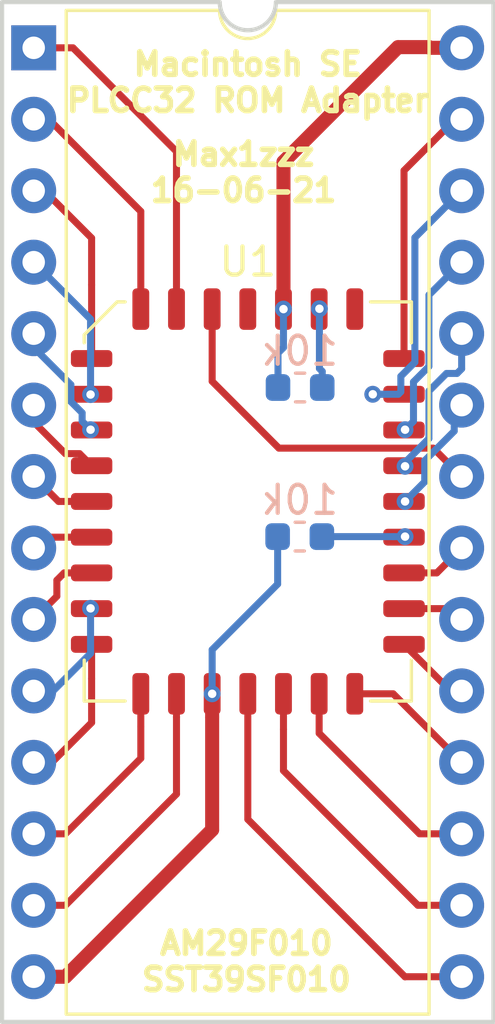
<source format=kicad_pcb>
(kicad_pcb (version 20171130) (host pcbnew 5.0.2+dfsg1-1)

  (general
    (thickness 1.6)
    (drawings 9)
    (tracks 136)
    (zones 0)
    (modules 4)
    (nets 33)
  )

  (page A4)
  (layers
    (0 F.Cu signal)
    (31 B.Cu signal)
    (32 B.Adhes user)
    (33 F.Adhes user)
    (34 B.Paste user)
    (35 F.Paste user)
    (36 B.SilkS user)
    (37 F.SilkS user)
    (38 B.Mask user)
    (39 F.Mask user)
    (40 Dwgs.User user)
    (41 Cmts.User user)
    (42 Eco1.User user)
    (43 Eco2.User user)
    (44 Edge.Cuts user)
    (45 Margin user)
    (46 B.CrtYd user)
    (47 F.CrtYd user)
    (48 B.Fab user)
    (49 F.Fab user)
  )

  (setup
    (last_trace_width 0.25)
    (user_trace_width 0.1)
    (user_trace_width 0.5)
    (user_trace_width 0.75)
    (user_trace_width 1)
    (trace_clearance 0.2)
    (zone_clearance 0.508)
    (zone_45_only no)
    (trace_min 0.01)
    (segment_width 0.2)
    (edge_width 0.15)
    (via_size 0.8)
    (via_drill 0.4)
    (via_min_size 0.4)
    (via_min_drill 0.3)
    (user_via 0.6 0.3)
    (uvia_size 0.3)
    (uvia_drill 0.1)
    (uvias_allowed no)
    (uvia_min_size 0.2)
    (uvia_min_drill 0.1)
    (pcb_text_width 0.3)
    (pcb_text_size 1.5 1.5)
    (mod_edge_width 0.15)
    (mod_text_size 1 1)
    (mod_text_width 0.15)
    (pad_size 1.524 1.524)
    (pad_drill 0.762)
    (pad_to_mask_clearance 0.051)
    (solder_mask_min_width 0.25)
    (aux_axis_origin 0 0)
    (visible_elements FFFFFF7F)
    (pcbplotparams
      (layerselection 0x010fc_ffffffff)
      (usegerberextensions false)
      (usegerberattributes false)
      (usegerberadvancedattributes false)
      (creategerberjobfile false)
      (excludeedgelayer true)
      (linewidth 0.100000)
      (plotframeref false)
      (viasonmask false)
      (mode 1)
      (useauxorigin false)
      (hpglpennumber 1)
      (hpglpenspeed 20)
      (hpglpendiameter 15.000000)
      (psnegative false)
      (psa4output false)
      (plotreference true)
      (plotvalue true)
      (plotinvisibletext false)
      (padsonsilk false)
      (subtractmaskfromsilk false)
      (outputformat 1)
      (mirror false)
      (drillshape 1)
      (scaleselection 1)
      (outputdirectory ""))
  )

  (net 0 "")
  (net 1 +5V)
  (net 2 "Net-(R1-Pad2)")
  (net 3 GND)
  (net 4 "Net-(R2-Pad1)")
  (net 5 "Net-(U1-Pad1)")
  (net 6 /A16)
  (net 7 /A15)
  (net 8 /A12)
  (net 9 /A7)
  (net 10 /A6)
  (net 11 /A5)
  (net 12 /A4)
  (net 13 /A3)
  (net 14 /A2)
  (net 15 /A1)
  (net 16 /A0)
  (net 17 /D0)
  (net 18 /D1)
  (net 19 /D2)
  (net 20 /D3)
  (net 21 /D4)
  (net 22 /D5)
  (net 23 /D6)
  (net 24 /D7)
  (net 25 "Net-(J1-Pad20)")
  (net 26 /A10)
  (net 27 /A11)
  (net 28 /A9)
  (net 29 /A8)
  (net 30 /A13)
  (net 31 /A14)
  (net 32 "Net-(U1-Pad30)")

  (net_class Default "This is the default net class."
    (clearance 0.2)
    (trace_width 0.25)
    (via_dia 0.8)
    (via_drill 0.4)
    (uvia_dia 0.3)
    (uvia_drill 0.1)
    (add_net +5V)
    (add_net /A0)
    (add_net /A1)
    (add_net /A10)
    (add_net /A11)
    (add_net /A12)
    (add_net /A13)
    (add_net /A14)
    (add_net /A15)
    (add_net /A16)
    (add_net /A2)
    (add_net /A3)
    (add_net /A4)
    (add_net /A5)
    (add_net /A6)
    (add_net /A7)
    (add_net /A8)
    (add_net /A9)
    (add_net /D0)
    (add_net /D1)
    (add_net /D2)
    (add_net /D3)
    (add_net /D4)
    (add_net /D5)
    (add_net /D6)
    (add_net /D7)
    (add_net GND)
    (add_net "Net-(J1-Pad20)")
    (add_net "Net-(R1-Pad2)")
    (add_net "Net-(R2-Pad1)")
    (add_net "Net-(U1-Pad1)")
    (add_net "Net-(U1-Pad30)")
  )

  (module Package_DIP:DIP-28_W15.24mm (layer F.Cu) (tedit 60C9DB06) (tstamp 60D5FA57)
    (at 123.775001 67.075001)
    (descr "28-lead though-hole mounted DIP package, row spacing 15.24 mm (600 mils)")
    (tags "THT DIP DIL PDIP 2.54mm 15.24mm 600mil")
    (path /60C9BF27)
    (fp_text reference J1 (at 7.62 -2.33) (layer F.SilkS) hide
      (effects (font (size 1 1) (thickness 0.15)))
    )
    (fp_text value Conn_02x14_Counter_Clockwise (at 7.62 35.35) (layer F.Fab) hide
      (effects (font (size 1 1) (thickness 0.15)))
    )
    (fp_arc (start 7.62 -1.33) (end 6.62 -1.33) (angle -180) (layer F.SilkS) (width 0.12))
    (fp_line (start 1.255 -1.27) (end 14.985 -1.27) (layer F.Fab) (width 0.1))
    (fp_line (start 14.985 -1.27) (end 14.985 34.29) (layer F.Fab) (width 0.1))
    (fp_line (start 14.985 34.29) (end 0.255 34.29) (layer F.Fab) (width 0.1))
    (fp_line (start 0.255 34.29) (end 0.255 -0.27) (layer F.Fab) (width 0.1))
    (fp_line (start 0.255 -0.27) (end 1.255 -1.27) (layer F.Fab) (width 0.1))
    (fp_line (start 6.62 -1.33) (end 1.16 -1.33) (layer F.SilkS) (width 0.12))
    (fp_line (start 1.16 -1.33) (end 1.16 34.35) (layer F.SilkS) (width 0.12))
    (fp_line (start 1.16 34.35) (end 14.08 34.35) (layer F.SilkS) (width 0.12))
    (fp_line (start 14.08 34.35) (end 14.08 -1.33) (layer F.SilkS) (width 0.12))
    (fp_line (start 14.08 -1.33) (end 8.62 -1.33) (layer F.SilkS) (width 0.12))
    (fp_line (start -1.05 -1.55) (end -1.05 34.55) (layer F.CrtYd) (width 0.05))
    (fp_line (start -1.05 34.55) (end 16.3 34.55) (layer F.CrtYd) (width 0.05))
    (fp_line (start 16.3 34.55) (end 16.3 -1.55) (layer F.CrtYd) (width 0.05))
    (fp_line (start 16.3 -1.55) (end -1.05 -1.55) (layer F.CrtYd) (width 0.05))
    (fp_text user %R (at 7.62 16.51) (layer F.Fab)
      (effects (font (size 1 1) (thickness 0.15)))
    )
    (pad 1 thru_hole rect (at 0 0) (size 1.6 1.6) (drill 0.8) (layers *.Cu *.Mask)
      (net 7 /A15))
    (pad 15 thru_hole oval (at 15.24 33.02) (size 1.6 1.6) (drill 0.8) (layers *.Cu *.Mask)
      (net 20 /D3))
    (pad 2 thru_hole oval (at 0 2.54) (size 1.6 1.6) (drill 0.8) (layers *.Cu *.Mask)
      (net 8 /A12))
    (pad 16 thru_hole oval (at 15.24 30.48) (size 1.6 1.6) (drill 0.8) (layers *.Cu *.Mask)
      (net 21 /D4))
    (pad 3 thru_hole oval (at 0 5.08) (size 1.6 1.6) (drill 0.8) (layers *.Cu *.Mask)
      (net 9 /A7))
    (pad 17 thru_hole oval (at 15.24 27.94) (size 1.6 1.6) (drill 0.8) (layers *.Cu *.Mask)
      (net 22 /D5))
    (pad 4 thru_hole oval (at 0 7.62) (size 1.6 1.6) (drill 0.8) (layers *.Cu *.Mask)
      (net 10 /A6))
    (pad 18 thru_hole oval (at 15.24 25.4) (size 1.6 1.6) (drill 0.8) (layers *.Cu *.Mask)
      (net 23 /D6))
    (pad 5 thru_hole oval (at 0 10.16) (size 1.6 1.6) (drill 0.8) (layers *.Cu *.Mask)
      (net 11 /A5))
    (pad 19 thru_hole oval (at 15.24 22.86) (size 1.6 1.6) (drill 0.8) (layers *.Cu *.Mask)
      (net 24 /D7))
    (pad 6 thru_hole oval (at 0 12.7) (size 1.6 1.6) (drill 0.8) (layers *.Cu *.Mask)
      (net 12 /A4))
    (pad 20 thru_hole oval (at 15.24 20.32) (size 1.6 1.6) (drill 0.8) (layers *.Cu *.Mask)
      (net 25 "Net-(J1-Pad20)"))
    (pad 7 thru_hole oval (at 0 15.24) (size 1.6 1.6) (drill 0.8) (layers *.Cu *.Mask)
      (net 13 /A3))
    (pad 21 thru_hole oval (at 15.24 17.78) (size 1.6 1.6) (drill 0.8) (layers *.Cu *.Mask)
      (net 26 /A10))
    (pad 8 thru_hole oval (at 0 17.78) (size 1.6 1.6) (drill 0.8) (layers *.Cu *.Mask)
      (net 14 /A2))
    (pad 22 thru_hole oval (at 15.24 15.24) (size 1.6 1.6) (drill 0.8) (layers *.Cu *.Mask)
      (net 6 /A16))
    (pad 9 thru_hole oval (at 0 20.32) (size 1.6 1.6) (drill 0.8) (layers *.Cu *.Mask)
      (net 15 /A1))
    (pad 23 thru_hole oval (at 15.24 12.7) (size 1.6 1.6) (drill 0.8) (layers *.Cu *.Mask)
      (net 27 /A11))
    (pad 10 thru_hole oval (at 0 22.86) (size 1.6 1.6) (drill 0.8) (layers *.Cu *.Mask)
      (net 16 /A0))
    (pad 24 thru_hole oval (at 15.24 10.16) (size 1.6 1.6) (drill 0.8) (layers *.Cu *.Mask)
      (net 28 /A9))
    (pad 11 thru_hole oval (at 0 25.4) (size 1.6 1.6) (drill 0.8) (layers *.Cu *.Mask)
      (net 17 /D0))
    (pad 25 thru_hole oval (at 15.24 7.62) (size 1.6 1.6) (drill 0.8) (layers *.Cu *.Mask)
      (net 29 /A8))
    (pad 12 thru_hole oval (at 0 27.94) (size 1.6 1.6) (drill 0.8) (layers *.Cu *.Mask)
      (net 18 /D1))
    (pad 26 thru_hole oval (at 15.24 5.08) (size 1.6 1.6) (drill 0.8) (layers *.Cu *.Mask)
      (net 30 /A13))
    (pad 13 thru_hole oval (at 0 30.48) (size 1.6 1.6) (drill 0.8) (layers *.Cu *.Mask)
      (net 19 /D2))
    (pad 27 thru_hole oval (at 15.24 2.54) (size 1.6 1.6) (drill 0.8) (layers *.Cu *.Mask)
      (net 31 /A14))
    (pad 14 thru_hole oval (at 0 33.02) (size 1.6 1.6) (drill 0.8) (layers *.Cu *.Mask)
      (net 3 GND))
    (pad 28 thru_hole oval (at 15.24 0) (size 1.6 1.6) (drill 0.8) (layers *.Cu *.Mask)
      (net 1 +5V))
    (model ${KISYS3DMOD}/Package_DIP.3dshapes/DIP-28_W15.24mm.wrl
      (at (xyz 0 0 0))
      (scale (xyz 1 1 1))
      (rotate (xyz 0 0 0))
    )
  )

  (module Package_LCC:PLCC-32_11.4x14.0mm_P1.27mm (layer F.Cu) (tedit 5B298677) (tstamp 60D60765)
    (at 131.4 83.2)
    (descr "PLCC, 32 Pin (http://ww1.microchip.com/downloads/en/DeviceDoc/doc0015.pdf), generated with kicad-footprint-generator ipc_plcc_jLead_generator.py")
    (tags "PLCC LCC")
    (path /60C9BE3C)
    (attr smd)
    (fp_text reference U1 (at 0 -8.52) (layer F.SilkS)
      (effects (font (size 1 1) (thickness 0.15)))
    )
    (fp_text value SST39SF010 (at 0 8.52) (layer F.Fab)
      (effects (font (size 1 1) (thickness 0.15)))
    )
    (fp_line (start 4.37 -7.095) (end 5.825 -7.095) (layer F.SilkS) (width 0.12))
    (fp_line (start 5.825 -7.095) (end 5.825 -5.64) (layer F.SilkS) (width 0.12))
    (fp_line (start -4.37 7.095) (end -5.825 7.095) (layer F.SilkS) (width 0.12))
    (fp_line (start -5.825 7.095) (end -5.825 5.64) (layer F.SilkS) (width 0.12))
    (fp_line (start 4.37 7.095) (end 5.825 7.095) (layer F.SilkS) (width 0.12))
    (fp_line (start 5.825 7.095) (end 5.825 5.64) (layer F.SilkS) (width 0.12))
    (fp_line (start -4.37 -7.095) (end -4.652782 -7.095) (layer F.SilkS) (width 0.12))
    (fp_line (start -4.652782 -7.095) (end -5.825 -5.922782) (layer F.SilkS) (width 0.12))
    (fp_line (start -5.825 -5.922782) (end -5.825 -5.64) (layer F.SilkS) (width 0.12))
    (fp_line (start 0 -6.277893) (end 0.5 -6.985) (layer F.Fab) (width 0.1))
    (fp_line (start 0.5 -6.985) (end 5.715 -6.985) (layer F.Fab) (width 0.1))
    (fp_line (start 5.715 -6.985) (end 5.715 6.985) (layer F.Fab) (width 0.1))
    (fp_line (start 5.715 6.985) (end -5.715 6.985) (layer F.Fab) (width 0.1))
    (fp_line (start -5.715 6.985) (end -5.715 -5.845) (layer F.Fab) (width 0.1))
    (fp_line (start -5.715 -5.845) (end -4.575 -6.985) (layer F.Fab) (width 0.1))
    (fp_line (start -4.575 -6.985) (end -0.5 -6.985) (layer F.Fab) (width 0.1))
    (fp_line (start -0.5 -6.985) (end 0 -6.277893) (layer F.Fab) (width 0.1))
    (fp_line (start 0 -7.82) (end 4.36 -7.82) (layer F.CrtYd) (width 0.05))
    (fp_line (start 4.36 -7.82) (end 4.36 -7.23) (layer F.CrtYd) (width 0.05))
    (fp_line (start 4.36 -7.23) (end 5.96 -7.23) (layer F.CrtYd) (width 0.05))
    (fp_line (start 5.96 -7.23) (end 5.96 -5.63) (layer F.CrtYd) (width 0.05))
    (fp_line (start 5.96 -5.63) (end 6.55 -5.63) (layer F.CrtYd) (width 0.05))
    (fp_line (start 6.55 -5.63) (end 6.55 0) (layer F.CrtYd) (width 0.05))
    (fp_line (start 0 7.82) (end -4.36 7.82) (layer F.CrtYd) (width 0.05))
    (fp_line (start -4.36 7.82) (end -4.36 7.23) (layer F.CrtYd) (width 0.05))
    (fp_line (start -4.36 7.23) (end -5.96 7.23) (layer F.CrtYd) (width 0.05))
    (fp_line (start -5.96 7.23) (end -5.96 5.63) (layer F.CrtYd) (width 0.05))
    (fp_line (start -5.96 5.63) (end -6.55 5.63) (layer F.CrtYd) (width 0.05))
    (fp_line (start -6.55 5.63) (end -6.55 0) (layer F.CrtYd) (width 0.05))
    (fp_line (start 0 7.82) (end 4.36 7.82) (layer F.CrtYd) (width 0.05))
    (fp_line (start 4.36 7.82) (end 4.36 7.23) (layer F.CrtYd) (width 0.05))
    (fp_line (start 4.36 7.23) (end 5.96 7.23) (layer F.CrtYd) (width 0.05))
    (fp_line (start 5.96 7.23) (end 5.96 5.63) (layer F.CrtYd) (width 0.05))
    (fp_line (start 5.96 5.63) (end 6.55 5.63) (layer F.CrtYd) (width 0.05))
    (fp_line (start 6.55 5.63) (end 6.55 0) (layer F.CrtYd) (width 0.05))
    (fp_line (start 0 -7.82) (end -4.36 -7.82) (layer F.CrtYd) (width 0.05))
    (fp_line (start -4.36 -7.82) (end -4.36 -7.23) (layer F.CrtYd) (width 0.05))
    (fp_line (start -4.36 -7.23) (end -4.68 -7.23) (layer F.CrtYd) (width 0.05))
    (fp_line (start -4.68 -7.23) (end -5.96 -5.95) (layer F.CrtYd) (width 0.05))
    (fp_line (start -5.96 -5.95) (end -5.96 -5.63) (layer F.CrtYd) (width 0.05))
    (fp_line (start -5.96 -5.63) (end -6.55 -5.63) (layer F.CrtYd) (width 0.05))
    (fp_line (start -6.55 -5.63) (end -6.55 0) (layer F.CrtYd) (width 0.05))
    (fp_text user %R (at 0 0) (layer F.Fab)
      (effects (font (size 1 1) (thickness 0.15)))
    )
    (pad 1 smd roundrect (at 0 -6.8375) (size 0.6 1.475) (layers F.Cu F.Paste F.Mask) (roundrect_rratio 0.25)
      (net 5 "Net-(U1-Pad1)"))
    (pad 2 smd roundrect (at -1.27 -6.8375) (size 0.6 1.475) (layers F.Cu F.Paste F.Mask) (roundrect_rratio 0.25)
      (net 6 /A16))
    (pad 3 smd roundrect (at -2.54 -6.8375) (size 0.6 1.475) (layers F.Cu F.Paste F.Mask) (roundrect_rratio 0.25)
      (net 7 /A15))
    (pad 4 smd roundrect (at -3.81 -6.8375) (size 0.6 1.475) (layers F.Cu F.Paste F.Mask) (roundrect_rratio 0.25)
      (net 8 /A12))
    (pad 5 smd roundrect (at -5.5625 -5.08) (size 1.475 0.6) (layers F.Cu F.Paste F.Mask) (roundrect_rratio 0.25)
      (net 9 /A7))
    (pad 6 smd roundrect (at -5.5625 -3.81) (size 1.475 0.6) (layers F.Cu F.Paste F.Mask) (roundrect_rratio 0.25)
      (net 10 /A6))
    (pad 7 smd roundrect (at -5.5625 -2.54) (size 1.475 0.6) (layers F.Cu F.Paste F.Mask) (roundrect_rratio 0.25)
      (net 11 /A5))
    (pad 8 smd roundrect (at -5.5625 -1.27) (size 1.475 0.6) (layers F.Cu F.Paste F.Mask) (roundrect_rratio 0.25)
      (net 12 /A4))
    (pad 9 smd roundrect (at -5.5625 0) (size 1.475 0.6) (layers F.Cu F.Paste F.Mask) (roundrect_rratio 0.25)
      (net 13 /A3))
    (pad 10 smd roundrect (at -5.5625 1.27) (size 1.475 0.6) (layers F.Cu F.Paste F.Mask) (roundrect_rratio 0.25)
      (net 14 /A2))
    (pad 11 smd roundrect (at -5.5625 2.54) (size 1.475 0.6) (layers F.Cu F.Paste F.Mask) (roundrect_rratio 0.25)
      (net 15 /A1))
    (pad 12 smd roundrect (at -5.5625 3.81) (size 1.475 0.6) (layers F.Cu F.Paste F.Mask) (roundrect_rratio 0.25)
      (net 16 /A0))
    (pad 13 smd roundrect (at -5.5625 5.08) (size 1.475 0.6) (layers F.Cu F.Paste F.Mask) (roundrect_rratio 0.25)
      (net 17 /D0))
    (pad 14 smd roundrect (at -3.81 6.8375) (size 0.6 1.475) (layers F.Cu F.Paste F.Mask) (roundrect_rratio 0.25)
      (net 18 /D1))
    (pad 15 smd roundrect (at -2.54 6.8375) (size 0.6 1.475) (layers F.Cu F.Paste F.Mask) (roundrect_rratio 0.25)
      (net 19 /D2))
    (pad 16 smd roundrect (at -1.27 6.8375) (size 0.6 1.475) (layers F.Cu F.Paste F.Mask) (roundrect_rratio 0.25)
      (net 3 GND))
    (pad 17 smd roundrect (at 0 6.8375) (size 0.6 1.475) (layers F.Cu F.Paste F.Mask) (roundrect_rratio 0.25)
      (net 20 /D3))
    (pad 18 smd roundrect (at 1.27 6.8375) (size 0.6 1.475) (layers F.Cu F.Paste F.Mask) (roundrect_rratio 0.25)
      (net 21 /D4))
    (pad 19 smd roundrect (at 2.54 6.8375) (size 0.6 1.475) (layers F.Cu F.Paste F.Mask) (roundrect_rratio 0.25)
      (net 22 /D5))
    (pad 20 smd roundrect (at 3.81 6.8375) (size 0.6 1.475) (layers F.Cu F.Paste F.Mask) (roundrect_rratio 0.25)
      (net 23 /D6))
    (pad 21 smd roundrect (at 5.5625 5.08) (size 1.475 0.6) (layers F.Cu F.Paste F.Mask) (roundrect_rratio 0.25)
      (net 24 /D7))
    (pad 22 smd roundrect (at 5.5625 3.81) (size 1.475 0.6) (layers F.Cu F.Paste F.Mask) (roundrect_rratio 0.25)
      (net 25 "Net-(J1-Pad20)"))
    (pad 23 smd roundrect (at 5.5625 2.54) (size 1.475 0.6) (layers F.Cu F.Paste F.Mask) (roundrect_rratio 0.25)
      (net 26 /A10))
    (pad 24 smd roundrect (at 5.5625 1.27) (size 1.475 0.6) (layers F.Cu F.Paste F.Mask) (roundrect_rratio 0.25)
      (net 4 "Net-(R2-Pad1)"))
    (pad 25 smd roundrect (at 5.5625 0) (size 1.475 0.6) (layers F.Cu F.Paste F.Mask) (roundrect_rratio 0.25)
      (net 27 /A11))
    (pad 26 smd roundrect (at 5.5625 -1.27) (size 1.475 0.6) (layers F.Cu F.Paste F.Mask) (roundrect_rratio 0.25)
      (net 28 /A9))
    (pad 27 smd roundrect (at 5.5625 -2.54) (size 1.475 0.6) (layers F.Cu F.Paste F.Mask) (roundrect_rratio 0.25)
      (net 29 /A8))
    (pad 28 smd roundrect (at 5.5625 -3.81) (size 1.475 0.6) (layers F.Cu F.Paste F.Mask) (roundrect_rratio 0.25)
      (net 30 /A13))
    (pad 29 smd roundrect (at 5.5625 -5.08) (size 1.475 0.6) (layers F.Cu F.Paste F.Mask) (roundrect_rratio 0.25)
      (net 31 /A14))
    (pad 30 smd roundrect (at 3.81 -6.8375) (size 0.6 1.475) (layers F.Cu F.Paste F.Mask) (roundrect_rratio 0.25)
      (net 32 "Net-(U1-Pad30)"))
    (pad 31 smd roundrect (at 2.54 -6.8375) (size 0.6 1.475) (layers F.Cu F.Paste F.Mask) (roundrect_rratio 0.25)
      (net 2 "Net-(R1-Pad2)"))
    (pad 32 smd roundrect (at 1.27 -6.8375) (size 0.6 1.475) (layers F.Cu F.Paste F.Mask) (roundrect_rratio 0.25)
      (net 1 +5V))
    (model ${KISYS3DMOD}/Package_LCC.3dshapes/PLCC-32_11.4x14.0mm_P1.27mm.wrl
      (at (xyz 0 0 0))
      (scale (xyz 1 1 1))
      (rotate (xyz 0 0 0))
    )
  )

  (module Resistor_SMD:R_0603_1608Metric (layer B.Cu) (tedit 60C9DC09) (tstamp 60D60B25)
    (at 133.25 84.45 180)
    (descr "Resistor SMD 0603 (1608 Metric), square (rectangular) end terminal, IPC_7351 nominal, (Body size source: http://www.tortai-tech.com/upload/download/2011102023233369053.pdf), generated with kicad-footprint-generator")
    (tags resistor)
    (path /60CC021A)
    (attr smd)
    (fp_text reference R2 (at 0 1.43 180) (layer B.SilkS) hide
      (effects (font (size 1 1) (thickness 0.15)) (justify mirror))
    )
    (fp_text value 10k (at 0 1.3 180) (layer B.SilkS)
      (effects (font (size 1 1) (thickness 0.15)) (justify mirror))
    )
    (fp_text user %R (at 0 0 180) (layer B.Fab)
      (effects (font (size 0.4 0.4) (thickness 0.06)) (justify mirror))
    )
    (fp_line (start 1.48 -0.73) (end -1.48 -0.73) (layer B.CrtYd) (width 0.05))
    (fp_line (start 1.48 0.73) (end 1.48 -0.73) (layer B.CrtYd) (width 0.05))
    (fp_line (start -1.48 0.73) (end 1.48 0.73) (layer B.CrtYd) (width 0.05))
    (fp_line (start -1.48 -0.73) (end -1.48 0.73) (layer B.CrtYd) (width 0.05))
    (fp_line (start -0.162779 -0.51) (end 0.162779 -0.51) (layer B.SilkS) (width 0.12))
    (fp_line (start -0.162779 0.51) (end 0.162779 0.51) (layer B.SilkS) (width 0.12))
    (fp_line (start 0.8 -0.4) (end -0.8 -0.4) (layer B.Fab) (width 0.1))
    (fp_line (start 0.8 0.4) (end 0.8 -0.4) (layer B.Fab) (width 0.1))
    (fp_line (start -0.8 0.4) (end 0.8 0.4) (layer B.Fab) (width 0.1))
    (fp_line (start -0.8 -0.4) (end -0.8 0.4) (layer B.Fab) (width 0.1))
    (pad 2 smd roundrect (at 0.7875 0 180) (size 0.875 0.95) (layers B.Cu B.Paste B.Mask) (roundrect_rratio 0.25)
      (net 3 GND))
    (pad 1 smd roundrect (at -0.7875 0 180) (size 0.875 0.95) (layers B.Cu B.Paste B.Mask) (roundrect_rratio 0.25)
      (net 4 "Net-(R2-Pad1)"))
    (model ${KISYS3DMOD}/Resistor_SMD.3dshapes/R_0603_1608Metric.wrl
      (at (xyz 0 0 0))
      (scale (xyz 1 1 1))
      (rotate (xyz 0 0 0))
    )
  )

  (module Resistor_SMD:R_0603_1608Metric (layer B.Cu) (tedit 60C9DC15) (tstamp 60D5F9C7)
    (at 133.2625 79.15)
    (descr "Resistor SMD 0603 (1608 Metric), square (rectangular) end terminal, IPC_7351 nominal, (Body size source: http://www.tortai-tech.com/upload/download/2011102023233369053.pdf), generated with kicad-footprint-generator")
    (tags resistor)
    (path /60CBCCBB)
    (attr smd)
    (fp_text reference R1 (at 0 1.43) (layer B.SilkS) hide
      (effects (font (size 1 1) (thickness 0.15)) (justify mirror))
    )
    (fp_text value 10k (at -0.0125 -1.3) (layer B.SilkS)
      (effects (font (size 1 1) (thickness 0.15)) (justify mirror))
    )
    (fp_line (start -0.8 -0.4) (end -0.8 0.4) (layer B.Fab) (width 0.1))
    (fp_line (start -0.8 0.4) (end 0.8 0.4) (layer B.Fab) (width 0.1))
    (fp_line (start 0.8 0.4) (end 0.8 -0.4) (layer B.Fab) (width 0.1))
    (fp_line (start 0.8 -0.4) (end -0.8 -0.4) (layer B.Fab) (width 0.1))
    (fp_line (start -0.162779 0.51) (end 0.162779 0.51) (layer B.SilkS) (width 0.12))
    (fp_line (start -0.162779 -0.51) (end 0.162779 -0.51) (layer B.SilkS) (width 0.12))
    (fp_line (start -1.48 -0.73) (end -1.48 0.73) (layer B.CrtYd) (width 0.05))
    (fp_line (start -1.48 0.73) (end 1.48 0.73) (layer B.CrtYd) (width 0.05))
    (fp_line (start 1.48 0.73) (end 1.48 -0.73) (layer B.CrtYd) (width 0.05))
    (fp_line (start 1.48 -0.73) (end -1.48 -0.73) (layer B.CrtYd) (width 0.05))
    (fp_text user %R (at 0 0) (layer B.Fab)
      (effects (font (size 0.4 0.4) (thickness 0.06)) (justify mirror))
    )
    (pad 1 smd roundrect (at -0.7875 0) (size 0.875 0.95) (layers B.Cu B.Paste B.Mask) (roundrect_rratio 0.25)
      (net 1 +5V))
    (pad 2 smd roundrect (at 0.7875 0) (size 0.875 0.95) (layers B.Cu B.Paste B.Mask) (roundrect_rratio 0.25)
      (net 2 "Net-(R1-Pad2)"))
    (model ${KISYS3DMOD}/Resistor_SMD.3dshapes/R_0603_1608Metric.wrl
      (at (xyz 0 0 0))
      (scale (xyz 1 1 1))
      (rotate (xyz 0 0 0))
    )
  )

  (gr_text "AM29F010\nSST39SF010" (at 131.35 99.55) (layer F.SilkS)
    (effects (font (size 0.8 0.8) (thickness 0.2)))
  )
  (gr_text "Max1zzz\n16-06-21" (at 131.25 71.5) (layer F.SilkS)
    (effects (font (size 0.8 0.8) (thickness 0.2)))
  )
  (gr_text "Macintosh SE\nPLCC32 ROM Adapter" (at 131.4 68.3) (layer F.SilkS)
    (effects (font (size 0.8 0.8) (thickness 0.2)))
  )
  (gr_arc (start 131.4 65.45) (end 130.4 65.45) (angle -180) (layer Edge.Cuts) (width 0.15))
  (gr_line (start 140.15 65.45) (end 132.45 65.45) (layer Edge.Cuts) (width 0.15))
  (gr_line (start 122.65 65.45) (end 130.35 65.45) (layer Edge.Cuts) (width 0.15))
  (gr_line (start 122.65 65.45) (end 122.65 101.7) (layer Edge.Cuts) (width 0.15))
  (gr_line (start 140.15 101.7) (end 122.65 101.7) (layer Edge.Cuts) (width 0.15))
  (gr_line (start 140.15 65.45) (end 140.15 101.7) (layer Edge.Cuts) (width 0.15))

  (segment (start 137.883631 67.075001) (end 137.85863 67.05) (width 0.5) (layer F.Cu) (net 1))
  (segment (start 139.015001 67.075001) (end 137.883631 67.075001) (width 0.5) (layer F.Cu) (net 1))
  (segment (start 137.85863 67.05) (end 136.75 67.05) (width 0.5) (layer F.Cu) (net 1))
  (segment (start 132.67 71.13) (end 132.67 76.3625) (width 0.5) (layer F.Cu) (net 1))
  (segment (start 136.75 67.05) (end 132.67 71.13) (width 0.5) (layer F.Cu) (net 1))
  (segment (start 132.67 76.3625) (end 132.67 76.3625) (width 0.5) (layer F.Cu) (net 1) (tstamp 60D60B8E))
  (via (at 132.67 76.3625) (size 0.6) (drill 0.3) (layers F.Cu B.Cu) (net 1))
  (segment (start 132.475 77.925) (end 132.475 79.15) (width 0.25) (layer B.Cu) (net 1))
  (segment (start 132.67 76.3625) (end 132.67 77.73) (width 0.25) (layer B.Cu) (net 1))
  (segment (start 132.67 77.73) (end 132.475 77.925) (width 0.25) (layer B.Cu) (net 1))
  (via (at 133.95 76.35) (size 0.6) (drill 0.3) (layers F.Cu B.Cu) (net 2))
  (segment (start 133.95 76.35) (end 133.95 77.65) (width 0.25) (layer B.Cu) (net 2))
  (segment (start 133.95 78.475) (end 133.95 77.65) (width 0.25) (layer B.Cu) (net 2))
  (segment (start 134.05 78.575) (end 133.95 78.475) (width 0.25) (layer B.Cu) (net 2))
  (segment (start 134.05 79.15) (end 134.05 78.575) (width 0.25) (layer B.Cu) (net 2))
  (segment (start 130.13 90.875) (end 130.13 90.0375) (width 0.5) (layer F.Cu) (net 3))
  (segment (start 130.13 94.871372) (end 130.13 90.875) (width 0.5) (layer F.Cu) (net 3))
  (segment (start 124.906371 100.095001) (end 130.13 94.871372) (width 0.5) (layer F.Cu) (net 3))
  (segment (start 123.775001 100.095001) (end 124.906371 100.095001) (width 0.5) (layer F.Cu) (net 3))
  (segment (start 130.13 90.0375) (end 130.13 90.0375) (width 0.5) (layer F.Cu) (net 3) (tstamp 60D60A77))
  (via (at 130.13 90.0375) (size 0.6) (drill 0.3) (layers F.Cu B.Cu) (net 3))
  (segment (start 130.13 88.47) (end 130.13 90.0375) (width 0.25) (layer B.Cu) (net 3))
  (segment (start 132.4625 84.45) (end 132.4625 86.1375) (width 0.25) (layer B.Cu) (net 3))
  (segment (start 132.4625 86.1375) (end 130.13 88.47) (width 0.25) (layer B.Cu) (net 3))
  (via (at 137 84.45) (size 0.6) (drill 0.3) (layers F.Cu B.Cu) (net 4))
  (segment (start 136.575736 84.45) (end 134.0375 84.45) (width 0.25) (layer B.Cu) (net 4))
  (segment (start 137 84.45) (end 136.575736 84.45) (width 0.25) (layer B.Cu) (net 4))
  (segment (start 138.00499 81.30499) (end 132.50499 81.30499) (width 0.25) (layer F.Cu) (net 6))
  (segment (start 139.015001 82.315001) (end 138.00499 81.30499) (width 0.25) (layer F.Cu) (net 6))
  (segment (start 130.13 78.93) (end 130.13 76.3625) (width 0.25) (layer F.Cu) (net 6))
  (segment (start 132.50499 81.30499) (end 130.13 78.93) (width 0.25) (layer F.Cu) (net 6))
  (segment (start 125.175001 67.075001) (end 123.775001 67.075001) (width 0.25) (layer F.Cu) (net 7))
  (segment (start 128.86 76.3625) (end 128.86 70.76) (width 0.25) (layer F.Cu) (net 7))
  (segment (start 128.86 70.76) (end 125.175001 67.075001) (width 0.25) (layer F.Cu) (net 7))
  (segment (start 127.59 76.3625) (end 127.59 72.89) (width 0.25) (layer F.Cu) (net 8))
  (segment (start 124.315001 69.615001) (end 123.775001 69.615001) (width 0.25) (layer F.Cu) (net 8))
  (segment (start 127.59 72.89) (end 124.315001 69.615001) (width 0.25) (layer F.Cu) (net 8))
  (segment (start 125.8375 75.5) (end 125.8375 78.12) (width 0.25) (layer F.Cu) (net 9))
  (segment (start 125.8375 73.8375) (end 125.8375 75.5) (width 0.25) (layer F.Cu) (net 9))
  (segment (start 123.775001 72.155001) (end 124.155001 72.155001) (width 0.25) (layer F.Cu) (net 9))
  (segment (start 124.155001 72.155001) (end 125.8375 73.8375) (width 0.25) (layer F.Cu) (net 9))
  (via (at 125.8 79.4) (size 0.6) (drill 0.3) (layers F.Cu B.Cu) (net 10))
  (segment (start 125.8 76.72) (end 123.775001 74.695001) (width 0.25) (layer B.Cu) (net 10))
  (segment (start 125.8 79.4) (end 125.8 76.72) (width 0.25) (layer B.Cu) (net 10))
  (via (at 125.8 80.65) (size 0.6) (drill 0.3) (layers F.Cu B.Cu) (net 11))
  (segment (start 125.1 79.05) (end 123.775001 77.725001) (width 0.25) (layer B.Cu) (net 11))
  (segment (start 125.1 79.65) (end 125.1 79.05) (width 0.25) (layer B.Cu) (net 11))
  (segment (start 125.500001 80.050001) (end 125.1 79.65) (width 0.25) (layer B.Cu) (net 11))
  (segment (start 125.8 80.65) (end 125.500001 80.350001) (width 0.25) (layer B.Cu) (net 11))
  (segment (start 123.775001 77.725001) (end 123.775001 77.235001) (width 0.25) (layer B.Cu) (net 11))
  (segment (start 125.500001 80.350001) (end 125.500001 80.050001) (width 0.25) (layer B.Cu) (net 11))
  (segment (start 125.4075 81.5) (end 125.8375 81.93) (width 0.25) (layer F.Cu) (net 12))
  (segment (start 124.9 81.5) (end 125.4075 81.5) (width 0.25) (layer F.Cu) (net 12))
  (segment (start 123.775001 79.775001) (end 123.775001 80.375001) (width 0.25) (layer F.Cu) (net 12))
  (segment (start 123.775001 80.375001) (end 124.9 81.5) (width 0.25) (layer F.Cu) (net 12))
  (segment (start 124.66 83.2) (end 123.775001 82.315001) (width 0.25) (layer F.Cu) (net 13))
  (segment (start 125.8375 83.2) (end 124.66 83.2) (width 0.25) (layer F.Cu) (net 13))
  (segment (start 124.160002 84.47) (end 123.775001 84.855001) (width 0.25) (layer F.Cu) (net 14))
  (segment (start 125.8375 84.47) (end 124.160002 84.47) (width 0.25) (layer F.Cu) (net 14))
  (segment (start 124.6 86.570002) (end 123.775001 87.395001) (width 0.25) (layer F.Cu) (net 15))
  (segment (start 124.6 86) (end 124.6 86.570002) (width 0.25) (layer F.Cu) (net 15))
  (segment (start 125.8375 85.74) (end 124.86 85.74) (width 0.25) (layer F.Cu) (net 15))
  (segment (start 124.86 85.74) (end 124.6 86) (width 0.25) (layer F.Cu) (net 15))
  (via (at 125.8 87) (size 0.6) (drill 0.3) (layers F.Cu B.Cu) (net 16))
  (segment (start 124.464999 89.935001) (end 123.775001 89.935001) (width 0.25) (layer B.Cu) (net 16))
  (segment (start 125.8 87) (end 125.8 88.6) (width 0.25) (layer B.Cu) (net 16))
  (segment (start 125.8 88.6) (end 124.464999 89.935001) (width 0.25) (layer B.Cu) (net 16))
  (segment (start 125.8375 91.0625) (end 125.8375 89.5) (width 0.25) (layer F.Cu) (net 17))
  (segment (start 123.775001 92.475001) (end 124.424999 92.475001) (width 0.25) (layer F.Cu) (net 17))
  (segment (start 125.8375 89.5) (end 125.8375 88.28) (width 0.25) (layer F.Cu) (net 17))
  (segment (start 124.424999 92.475001) (end 125.8375 91.0625) (width 0.25) (layer F.Cu) (net 17))
  (segment (start 127.59 91.2) (end 127.59 90.0375) (width 0.25) (layer F.Cu) (net 18))
  (segment (start 127.59 92.331372) (end 127.59 91.2) (width 0.25) (layer F.Cu) (net 18))
  (segment (start 124.906371 95.015001) (end 127.59 92.331372) (width 0.25) (layer F.Cu) (net 18))
  (segment (start 123.775001 95.015001) (end 124.906371 95.015001) (width 0.25) (layer F.Cu) (net 18))
  (segment (start 128.86 90.875) (end 128.86 90.0375) (width 0.25) (layer F.Cu) (net 19))
  (segment (start 128.86 93.601372) (end 128.86 90.875) (width 0.25) (layer F.Cu) (net 19))
  (segment (start 124.906371 97.555001) (end 128.86 93.601372) (width 0.25) (layer F.Cu) (net 19))
  (segment (start 123.775001 97.555001) (end 124.906371 97.555001) (width 0.25) (layer F.Cu) (net 19))
  (segment (start 137.004999 100.095001) (end 139.015001 100.095001) (width 0.25) (layer F.Cu) (net 20))
  (segment (start 137 100.1) (end 137.004999 100.095001) (width 0.25) (layer F.Cu) (net 20))
  (segment (start 131.4 90.0375) (end 131.4 94.5) (width 0.25) (layer F.Cu) (net 20))
  (segment (start 131.4 94.5) (end 137 100.1) (width 0.25) (layer F.Cu) (net 20))
  (segment (start 132.67 91.3) (end 132.67 90.0375) (width 0.25) (layer F.Cu) (net 21))
  (segment (start 132.67 92.77) (end 132.67 91.3) (width 0.25) (layer F.Cu) (net 21))
  (segment (start 139.015001 97.555001) (end 137.455001 97.555001) (width 0.25) (layer F.Cu) (net 21))
  (segment (start 137.455001 97.555001) (end 132.67 92.77) (width 0.25) (layer F.Cu) (net 21))
  (segment (start 137.515001 95.015001) (end 139.015001 95.015001) (width 0.25) (layer F.Cu) (net 22))
  (segment (start 133.94 90.0375) (end 133.94 91.44) (width 0.25) (layer F.Cu) (net 22))
  (segment (start 133.94 91.44) (end 137.515001 95.015001) (width 0.25) (layer F.Cu) (net 22))
  (segment (start 136.5775 90.0375) (end 139.015001 92.475001) (width 0.25) (layer F.Cu) (net 23))
  (segment (start 135.21 90.0375) (end 136.5775 90.0375) (width 0.25) (layer F.Cu) (net 23))
  (segment (start 138.617501 89.935001) (end 139.015001 89.935001) (width 0.25) (layer F.Cu) (net 24))
  (segment (start 136.9625 88.28) (end 138.617501 89.935001) (width 0.25) (layer F.Cu) (net 24))
  (segment (start 138.63 87.01) (end 139.015001 87.395001) (width 0.25) (layer F.Cu) (net 25))
  (segment (start 136.9625 87.01) (end 138.63 87.01) (width 0.25) (layer F.Cu) (net 25))
  (segment (start 138.130002 85.74) (end 139.015001 84.855001) (width 0.25) (layer F.Cu) (net 26))
  (segment (start 136.9625 85.74) (end 138.130002 85.74) (width 0.25) (layer F.Cu) (net 26))
  (via (at 137 83.2) (size 0.6) (drill 0.3) (layers F.Cu B.Cu) (net 27))
  (segment (start 138.75 80.040002) (end 139.015001 79.775001) (width 0.25) (layer B.Cu) (net 27))
  (segment (start 138.75 80.7) (end 138.75 80.040002) (width 0.25) (layer B.Cu) (net 27))
  (segment (start 137.7 81.75) (end 138.75 80.7) (width 0.25) (layer B.Cu) (net 27))
  (segment (start 137 83.2) (end 137.7 82.5) (width 0.25) (layer B.Cu) (net 27))
  (segment (start 137.7 82.5) (end 137.7 81.75) (width 0.25) (layer B.Cu) (net 27))
  (via (at 137 81.95) (size 0.6) (drill 0.3) (layers F.Cu B.Cu) (net 28))
  (segment (start 137 81.81359) (end 137.85 80.96359) (width 0.25) (layer B.Cu) (net 28))
  (segment (start 137 81.95) (end 137 81.81359) (width 0.25) (layer B.Cu) (net 28))
  (segment (start 137.85 79.275) (end 138.475 78.65) (width 0.25) (layer B.Cu) (net 28))
  (segment (start 137.85 80.96359) (end 137.85 79.275) (width 0.25) (layer B.Cu) (net 28))
  (segment (start 138.475 78.65) (end 138.85 78.65) (width 0.25) (layer B.Cu) (net 28))
  (segment (start 139.015001 78.484999) (end 139.015001 77.235001) (width 0.25) (layer B.Cu) (net 28))
  (segment (start 138.85 78.65) (end 139.015001 78.484999) (width 0.25) (layer B.Cu) (net 28))
  (via (at 137 80.65) (size 0.6) (drill 0.3) (layers F.Cu B.Cu) (net 29))
  (segment (start 137.299999 80.350001) (end 137.299999 78.950001) (width 0.25) (layer B.Cu) (net 29))
  (segment (start 137 80.65) (end 137.299999 80.350001) (width 0.25) (layer B.Cu) (net 29))
  (segment (start 137.299999 78.950001) (end 137.85 78.4) (width 0.25) (layer B.Cu) (net 29))
  (segment (start 137.85 75.860002) (end 139.015001 74.695001) (width 0.25) (layer B.Cu) (net 29))
  (segment (start 137.85 78.4) (end 137.85 75.860002) (width 0.25) (layer B.Cu) (net 29))
  (segment (start 136.9625 79.39) (end 135.85 79.39) (width 0.25) (layer F.Cu) (net 30))
  (segment (start 135.85 79.39) (end 135.8 79.39) (width 0.25) (layer F.Cu) (net 30) (tstamp 60D60826))
  (via (at 135.85 79.39) (size 0.6) (drill 0.3) (layers F.Cu B.Cu) (net 30))
  (segment (start 135.85 79.39) (end 136.76 79.39) (width 0.25) (layer B.Cu) (net 30))
  (segment (start 136.849989 79.300011) (end 136.849989 78.750011) (width 0.25) (layer B.Cu) (net 30))
  (segment (start 136.76 79.39) (end 136.849989 79.300011) (width 0.25) (layer B.Cu) (net 30))
  (segment (start 136.849989 78.750011) (end 137.35 78.25) (width 0.25) (layer B.Cu) (net 30))
  (segment (start 137.35 73.820002) (end 139.015001 72.155001) (width 0.25) (layer B.Cu) (net 30))
  (segment (start 137.35 78.25) (end 137.35 73.820002) (width 0.25) (layer B.Cu) (net 30))
  (segment (start 136.9625 78.12) (end 136.9625 71.6) (width 0.25) (layer F.Cu) (net 31))
  (segment (start 136.9625 71.6) (end 136.9625 71.4375) (width 0.25) (layer F.Cu) (net 31))
  (segment (start 136.9625 71.4375) (end 137.6 70.8) (width 0.25) (layer F.Cu) (net 31))
  (segment (start 137.6 70.8) (end 137.9 70.5) (width 0.25) (layer F.Cu) (net 31))
  (segment (start 137.9 70.5) (end 138 70.4) (width 0.25) (layer F.Cu) (net 31))
  (segment (start 138 70.4) (end 138.2 70.2) (width 0.25) (layer F.Cu) (net 31))
  (segment (start 138.2 70.2) (end 138.3 70.1) (width 0.25) (layer F.Cu) (net 31))
  (segment (start 138.784999 69.615001) (end 138.2 70.2) (width 0.25) (layer F.Cu) (net 31))
  (segment (start 139.015001 69.615001) (end 138.784999 69.615001) (width 0.25) (layer F.Cu) (net 31))

)

</source>
